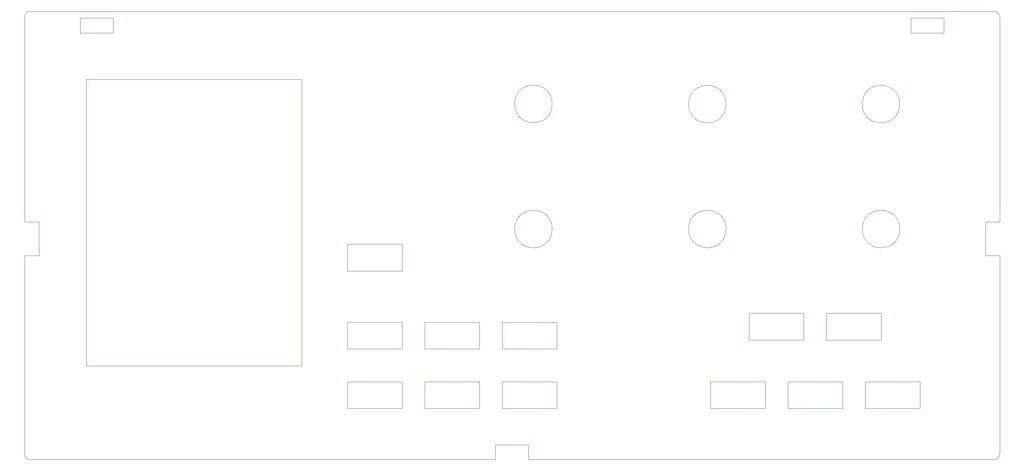
<source format=gbr>
G04 #@! TF.GenerationSoftware,KiCad,Pcbnew,(5.1.8)-1*
G04 #@! TF.CreationDate,2021-03-28T18:17:30+02:00*
G04 #@! TF.ProjectId,pfm3_topsurface,70666d33-5f74-46f7-9073-757266616365,v1.2 / 176*
G04 #@! TF.SameCoordinates,Original*
G04 #@! TF.FileFunction,Profile,NP*
%FSLAX46Y46*%
G04 Gerber Fmt 4.6, Leading zero omitted, Abs format (unit mm)*
G04 Created by KiCad (PCBNEW (5.1.8)-1) date 2021-03-28 18:17:30*
%MOMM*%
%LPD*%
G01*
G04 APERTURE LIST*
G04 #@! TA.AperFunction,Profile*
%ADD10C,0.050000*%
G04 #@! TD*
G04 APERTURE END LIST*
D10*
X210185000Y-97472500D02*
X210185000Y-103187500D01*
X198501000Y-97472500D02*
X210185000Y-97472500D01*
X198501000Y-103187500D02*
X198501000Y-97472500D01*
X210185000Y-103187500D02*
X198501000Y-103187500D01*
X215011000Y-97472500D02*
X226695000Y-97472500D01*
X215011000Y-103187500D02*
X215011000Y-97472500D01*
X226695000Y-103187500D02*
X215011000Y-103187500D01*
X226695000Y-97472500D02*
X226695000Y-103187500D01*
X234950000Y-117792500D02*
X223266000Y-117792500D01*
X223266000Y-112077500D02*
X234950000Y-112077500D01*
X234950000Y-112077500D02*
X234950000Y-117792500D01*
X223266000Y-117792500D02*
X223266000Y-112077500D01*
X218440000Y-112077500D02*
X218440000Y-117792500D01*
X218440000Y-117792500D02*
X206756000Y-117792500D01*
X206756000Y-112077500D02*
X218440000Y-112077500D01*
X206756000Y-117792500D02*
X206756000Y-112077500D01*
X201930000Y-112077500D02*
X201930000Y-117792500D01*
X201930000Y-117792500D02*
X190246000Y-117792500D01*
X190246000Y-112077500D02*
X201930000Y-112077500D01*
X190246000Y-117792500D02*
X190246000Y-112077500D01*
X145796000Y-99377500D02*
X157480000Y-99377500D01*
X145796000Y-105092500D02*
X145796000Y-99377500D01*
X157480000Y-99377500D02*
X157480000Y-105092500D01*
X157480000Y-105092500D02*
X145796000Y-105092500D01*
X145796000Y-112077500D02*
X157480000Y-112077500D01*
X145796000Y-117792500D02*
X145796000Y-112077500D01*
X157480000Y-112077500D02*
X157480000Y-117792500D01*
X157480000Y-117792500D02*
X145796000Y-117792500D01*
X129286000Y-112077500D02*
X140970000Y-112077500D01*
X129286000Y-117792500D02*
X129286000Y-112077500D01*
X140970000Y-112077500D02*
X140970000Y-117792500D01*
X140970000Y-117792500D02*
X129286000Y-117792500D01*
X140970000Y-99377500D02*
X140970000Y-105092500D01*
X129286000Y-99377500D02*
X140970000Y-99377500D01*
X140970000Y-105092500D02*
X129286000Y-105092500D01*
X129286000Y-105092500D02*
X129286000Y-99377500D01*
X112776000Y-82740500D02*
X124460000Y-82740500D01*
X124460000Y-82740500D02*
X124460000Y-88455500D01*
X124460000Y-88455500D02*
X112776000Y-88455500D01*
X112776000Y-88455500D02*
X112776000Y-82740500D01*
X124460000Y-99377500D02*
X124460000Y-105092500D01*
X124460000Y-105092500D02*
X112776000Y-105092500D01*
X112776000Y-99377500D02*
X124460000Y-99377500D01*
X112776000Y-105092500D02*
X112776000Y-99377500D01*
X124460000Y-117792500D02*
X112776000Y-117792500D01*
X124460000Y-112077500D02*
X124460000Y-117792500D01*
X112776000Y-112077500D02*
X124460000Y-112077500D01*
X112776000Y-117792500D02*
X112776000Y-112077500D01*
X144399000Y-125539500D02*
X144399000Y-128714500D01*
X151447500Y-128714500D02*
X151447500Y-125539500D01*
X151447500Y-125539500D02*
X144399000Y-125539500D01*
X233045000Y-34480500D02*
X233045000Y-37655500D01*
X240093500Y-37655500D02*
X233045000Y-37655500D01*
X240093500Y-34480500D02*
X233045000Y-34480500D01*
X240093500Y-37655500D02*
X240093500Y-34480500D01*
X55816500Y-34480500D02*
X55816500Y-37655500D01*
X62865000Y-37655500D02*
X62865000Y-34480500D01*
X62865000Y-34480500D02*
X55816500Y-34480500D01*
X62865000Y-37655500D02*
X55816500Y-37655500D01*
X103060500Y-47561500D02*
X57050000Y-47561500D01*
X45212000Y-128714500D02*
X144399000Y-128714500D01*
X151447500Y-128714500D02*
X250698000Y-128714500D01*
X250698000Y-33020000D02*
X151511000Y-33020000D01*
X151511000Y-33020000D02*
X45212000Y-33020000D01*
X248920000Y-78000000D02*
X251968000Y-78000000D01*
X251968000Y-85196500D02*
X248920000Y-85196500D01*
X248920000Y-85196500D02*
X248920000Y-78000000D01*
X251968000Y-78000000D02*
X251968000Y-34290000D01*
X251968000Y-127444500D02*
X251968000Y-85196500D01*
X46990000Y-85200000D02*
X43942000Y-85200000D01*
X46990000Y-77998500D02*
X46990000Y-85200000D01*
X43942000Y-77998500D02*
X46990000Y-77998500D01*
X43942000Y-85200000D02*
X43942000Y-127444500D01*
X156500000Y-79500000D02*
G75*
G03*
X156500000Y-79500000I-4000000J0D01*
G01*
X193600000Y-79500000D02*
G75*
G03*
X193600000Y-79500000I-4000000J0D01*
G01*
X230650000Y-79500000D02*
G75*
G03*
X230650000Y-79500000I-4000000J0D01*
G01*
X230650000Y-52850000D02*
G75*
G03*
X230650000Y-52850000I-4000000J0D01*
G01*
X193600000Y-52850000D02*
G75*
G03*
X193600000Y-52850000I-4000000J0D01*
G01*
X156500000Y-52800000D02*
G75*
G03*
X156500000Y-52800000I-4000000J0D01*
G01*
X250698000Y-33020000D02*
G75*
G02*
X251968000Y-34290000I0J-1270000D01*
G01*
X251968000Y-127444500D02*
G75*
G02*
X250698000Y-128714500I-1270000J0D01*
G01*
X45212000Y-128714500D02*
G75*
G02*
X43942000Y-127444500I0J1270000D01*
G01*
X43942000Y-34290000D02*
G75*
G02*
X45212000Y-33020000I1270000J0D01*
G01*
X57050000Y-47561500D02*
X57050000Y-108700000D01*
X103050000Y-108700000D02*
X103060500Y-47561500D01*
X57050000Y-108700000D02*
X103050000Y-108700000D01*
X43942000Y-34290000D02*
X43942000Y-77998500D01*
M02*

</source>
